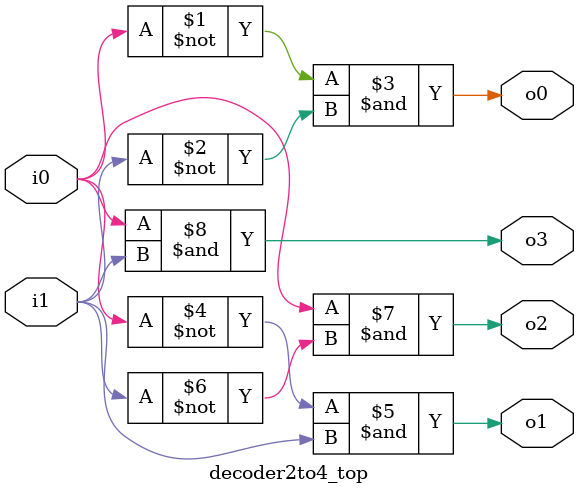
<source format=v>
`timescale 1ns / 1ps

module decoder2to4_top(
input wire i0,
input wire i1,
output wire o0,
output wire o1,
output wire o2,
output wire o3
    );
    
    assign o0= (~i0) & (~i1);
    assign o1= (~i0) & i1;
    assign o2= (i0) & (~i1);
    assign o3= i0 & i1;
    
endmodule

</source>
